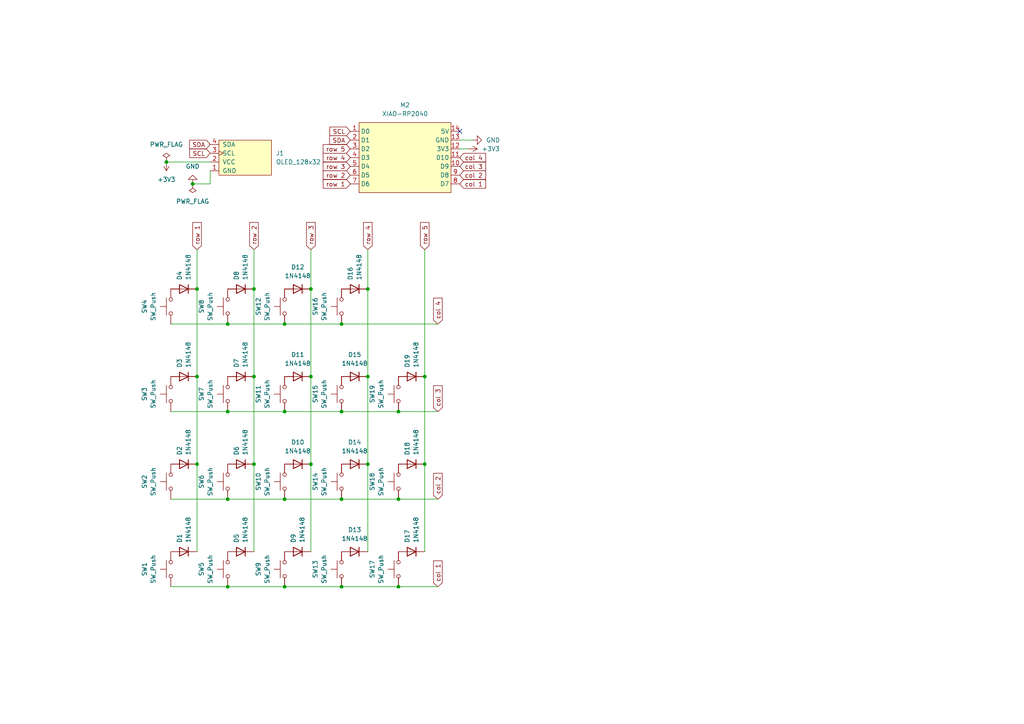
<source format=kicad_sch>
(kicad_sch (version 20231120) (generator "eeschema") (generator_version "8.0")
  (paper "A4")
  (lib_symbols
    (symbol "Diode:1N4148" (pin_numbers hide) (pin_names hide)
      (property "Reference" "D" (at 0 2.54 0))
      (property "Value" "1N4148" (at 0 -2.54 0))
      (symbol "1N4148_0_1"
        (polyline (pts (xy -1.27 1.27) (xy -1.27 -1.27)) (stroke (width 0.254)))
        (polyline (pts (xy 1.27 0) (xy -1.27 0)))
        (polyline (pts (xy 1.27 1.27) (xy 1.27 -1.27) (xy -1.27 0) (xy 1.27 1.27)) (stroke (width 0.254)))
      )
      (symbol "1N4148_1_1"
        (pin passive line (at -3.81 0 0) (length 2.54) (name "K") (number "1"))
        (pin passive line (at 3.81 0 180) (length 2.54) (name "A") (number "2"))
      )
    )
    (symbol "ScottoKeebs:OLED_128x32" (pin_names (offset 1.016))
      (property "Reference" "J" (at 0 -6.35 0))
      (property "Value" "OLED_128x32" (at 0 6.35 0))
      (symbol "OLED_128x32_0_1"
        (rectangle (start 0 5.08) (end 15.24 -5.08) (fill (type background)))
      )
      (symbol "OLED_128x32_1_1"
        (pin power_in line (at -2.54 -3.81 0) (length 2.54) (name "GND") (number "1"))
        (pin power_in line (at -2.54 -1.27 0) (length 2.54) (name "VCC") (number "2"))
        (pin input clock (at -2.54 1.27 0) (length 2.54) (name "SCL") (number "3"))
        (pin bidirectional line (at -2.54 3.81 0) (length 2.54) (name "SDA") (number "4"))
      )
    )
    (symbol "Switch:SW_Push" (pin_numbers hide) (pin_names (offset 1.016) hide)
      (property "Reference" "SW" (at 1.27 2.54 0))
      (property "Value" "SW_Push" (at 0 -1.524 0))
      (symbol "SW_Push_0_1"
        (circle (center -2.032 0) (radius 0.508))
        (polyline (pts (xy 0 1.27) (xy 0 3.048)))
        (polyline (pts (xy 2.54 1.27) (xy -2.54 1.27)))
        (circle (center 2.032 0) (radius 0.508))
        (pin passive line (at -5.08 0 0) (length 2.54) (name "1") (number "1"))
        (pin passive line (at 5.08 0 180) (length 2.54) (name "2") (number "2"))
      )
    )
    (symbol "power:+3V3" (power) (pin_numbers hide) (pin_names (offset 0) hide)
      (property "Value" "+3V3" (at 0 3.556 0))
      (symbol "+3V3_0_1"
        (polyline (pts (xy -0.762 1.27) (xy 0 2.54)))
        (polyline (pts (xy 0 0) (xy 0 2.54)))
        (polyline (pts (xy 0 2.54) (xy 0.762 1.27)))
      )
      (symbol "+3V3_1_1"
        (pin power_in line (at 0 0 90) (length 0) (name "~") (number "1"))
      )
    )
    (symbol "power:GND" (power) (pin_numbers hide) (pin_names (offset 0) hide)
      (property "Value" "GND" (at 0 -3.81 0))
      (symbol "GND_0_1"
        (polyline (pts (xy 0 0) (xy 0 -1.27) (xy 1.27 -1.27) (xy 0 -2.54) (xy -1.27 -1.27) (xy 0 -1.27)))
      )
      (symbol "GND_1_1"
        (pin power_in line (at 0 0 270) (length 0) (name "~") (number "1"))
      )
    )
    (symbol "power:PWR_FLAG" (power) (pin_numbers hide) (pin_names (offset 0) hide)
      (property "Value" "PWR_FLAG" (at 0 3.81 0))
      (symbol "PWR_FLAG_0_0"
        (pin power_out line (at 0 0 90) (length 0) (name "~") (number "1"))
      )
      (symbol "PWR_FLAG_0_1"
        (polyline (pts (xy 0 0) (xy 0 1.27) (xy -1.016 1.905) (xy 0 2.54) (xy 1.016 1.905) (xy 0 1.27)))
      )
    )
    (symbol "xiao-rp2040:XIAO-RP2040"
      (property "Reference" "M" (at 0 0 0))
      (property "Value" "XIAO-RP2040" (at 0 2.54 0))
      (symbol "XIAO-RP2040_0_1"
        (rectangle (start -12.7 10.16) (end 13.97 -10.16) (fill (type background)))
      )
      (symbol "XIAO-RP2040_1_1"
        (pin bidirectional line (at -15.24 7.62 0) (length 2.54) (name "D0") (number "1"))
        (pin bidirectional line (at 16.51 -2.54 180) (length 2.54) (name "D9") (number "10"))
        (pin bidirectional line (at 16.51 0 180) (length 2.54) (name "D10") (number "11"))
        (pin power_in line (at 16.51 2.54 180) (length 2.54) (name "3V3") (number "12"))
        (pin power_in line (at 16.51 5.08 180) (length 2.54) (name "GND") (number "13"))
        (pin power_in line (at 16.51 7.62 180) (length 2.54) (name "5V") (number "14"))
        (pin bidirectional line (at -15.24 5.08 0) (length 2.54) (name "D1") (number "2"))
        (pin bidirectional line (at -15.24 2.54 0) (length 2.54) (name "D2") (number "3"))
        (pin bidirectional line (at -15.24 0 0) (length 2.54) (name "D3") (number "4"))
        (pin bidirectional line (at -15.24 -2.54 0) (length 2.54) (name "D4") (number "5"))
        (pin bidirectional line (at -15.24 -5.08 0) (length 2.54) (name "D5") (number "6"))
        (pin bidirectional line (at -15.24 -7.62 0) (length 2.54) (name "D6") (number "7"))
        (pin bidirectional line (at 16.51 -7.62 180) (length 2.54) (name "D7") (number "8"))
        (pin bidirectional line (at 16.51 -5.08 180) (length 2.54) (name "D8") (number "9"))
      )
    )
  )
  (junction (at 73.66 109.22))
  (junction (at 55.88 53.34))
  (junction (at 106.68 83.82))
  (junction (at 57.15 134.62))
  (junction (at 66.04 144.78))
  (junction (at 82.55 93.98))
  (junction (at 66.04 119.38))
  (junction (at 106.68 109.22))
  (junction (at 90.17 83.82))
  (junction (at 90.17 134.62))
  (junction (at 106.68 134.62))
  (junction (at 82.55 144.78))
  (junction (at 99.06 170.18))
  (junction (at 57.15 109.22))
  (junction (at 115.57 170.18))
  (junction (at 57.15 83.82))
  (junction (at 115.57 144.78))
  (junction (at 99.06 144.78))
  (junction (at 73.66 83.82))
  (junction (at 73.66 134.62))
  (junction (at 66.04 93.98))
  (junction (at 99.06 119.38))
  (junction (at 66.04 170.18))
  (junction (at 82.55 170.18))
  (junction (at 99.06 93.98))
  (junction (at 123.19 134.62))
  (junction (at 82.55 119.38))
  (junction (at 90.17 109.22))
  (junction (at 115.57 119.38))
  (junction (at 123.19 109.22))
  (junction (at 48.26 46.99))
  (no_connect (at 133.35 38.1))
  (wire (pts (xy 90.17 109.22) (xy 90.17 83.82)))
  (wire (pts (xy 66.04 170.18) (xy 82.55 170.18)))
  (wire (pts (xy 66.04 93.98) (xy 82.55 93.98)))
  (wire (pts (xy 106.68 83.82) (xy 106.68 72.39)))
  (wire (pts (xy 66.04 144.78) (xy 82.55 144.78)))
  (wire (pts (xy 106.68 109.22) (xy 106.68 83.82)))
  (wire (pts (xy 90.17 83.82) (xy 90.17 72.39)))
  (wire (pts (xy 115.57 144.78) (xy 127 144.78)))
  (wire (pts (xy 106.68 160.02) (xy 106.68 134.62)))
  (wire (pts (xy 57.15 160.02) (xy 57.15 134.62)))
  (wire (pts (xy 82.55 93.98) (xy 99.06 93.98)))
  (wire (pts (xy 115.57 119.38) (xy 127 119.38)))
  (wire (pts (xy 73.66 160.02) (xy 73.66 134.62)))
  (wire (pts (xy 115.57 170.18) (xy 127 170.18)))
  (wire (pts (xy 48.26 46.99) (xy 60.96 46.99)))
  (wire (pts (xy 82.55 119.38) (xy 99.06 119.38)))
  (wire (pts (xy 82.55 170.18) (xy 99.06 170.18)))
  (wire (pts (xy 133.35 43.18) (xy 135.89 43.18)))
  (wire (pts (xy 106.68 134.62) (xy 106.68 109.22)))
  (wire (pts (xy 57.15 109.22) (xy 57.15 83.82)))
  (wire (pts (xy 90.17 160.02) (xy 90.17 134.62)))
  (wire (pts (xy 123.19 109.22) (xy 123.19 72.39)))
  (wire (pts (xy 99.06 170.18) (xy 115.57 170.18)))
  (wire (pts (xy 90.17 134.62) (xy 90.17 109.22)))
  (wire (pts (xy 60.96 49.53) (xy 60.96 53.34)))
  (wire (pts (xy 99.06 119.38) (xy 115.57 119.38)))
  (wire (pts (xy 73.66 134.62) (xy 73.66 109.22)))
  (wire (pts (xy 66.04 119.38) (xy 82.55 119.38)))
  (wire (pts (xy 73.66 109.22) (xy 73.66 83.82)))
  (wire (pts (xy 99.06 144.78) (xy 115.57 144.78)))
  (wire (pts (xy 49.53 144.78) (xy 66.04 144.78)))
  (wire (pts (xy 99.06 93.98) (xy 127 93.98)))
  (wire (pts (xy 82.55 144.78) (xy 99.06 144.78)))
  (wire (pts (xy 49.53 119.38) (xy 66.04 119.38)))
  (wire (pts (xy 133.35 40.64) (xy 137.16 40.64)))
  (wire (pts (xy 49.53 93.98) (xy 66.04 93.98)))
  (wire (pts (xy 123.19 160.02) (xy 123.19 134.62)))
  (wire (pts (xy 49.53 170.18) (xy 66.04 170.18)))
  (wire (pts (xy 57.15 134.62) (xy 57.15 109.22)))
  (wire (pts (xy 123.19 134.62) (xy 123.19 109.22)))
  (wire (pts (xy 60.96 53.34) (xy 55.88 53.34)))
  (wire (pts (xy 73.66 83.82) (xy 73.66 72.39)))
  (wire (pts (xy 57.15 83.82) (xy 57.15 72.39)))
  (global_label "row 5" (shape input) (at 123.19 72.39 90) (property "Intersheetrefs" "${INTERSHEET_REFS}" (effects (hide yes))))
  (global_label "col 4" (shape input) (at 127 93.98 90) (property "Intersheetrefs" "${INTERSHEET_REFS}" (effects (hide yes))))
  (global_label "SCL" (shape input) (at 101.6 38.1 180) (property "Intersheetrefs" "${INTERSHEET_REFS}" (effects (hide yes))))
  (global_label "col 3" (shape input) (at 127 119.38 90) (property "Intersheetrefs" "${INTERSHEET_REFS}" (effects (hide yes))))
  (global_label "row 4" (shape input) (at 106.68 72.39 90) (property "Intersheetrefs" "${INTERSHEET_REFS}" (effects (hide yes))))
  (global_label "row 2" (shape input) (at 73.66 72.39 90) (property "Intersheetrefs" "${INTERSHEET_REFS}" (effects (hide yes))))
  (global_label "row 4" (shape input) (at 101.6 45.72 180) (property "Intersheetrefs" "${INTERSHEET_REFS}" (effects (hide yes))))
  (global_label "SCL" (shape input) (at 60.96 44.45 180) (property "Intersheetrefs" "${INTERSHEET_REFS}" (effects (hide yes))))
  (global_label "row 3" (shape input) (at 101.6 48.26 180) (property "Intersheetrefs" "${INTERSHEET_REFS}" (effects (hide yes))))
  (global_label "row 3" (shape input) (at 90.17 72.39 90) (property "Intersheetrefs" "${INTERSHEET_REFS}" (effects (hide yes))))
  (global_label "col 4" (shape input) (at 133.35 45.72 0) (property "Intersheetrefs" "${INTERSHEET_REFS}" (effects (hide yes))))
  (global_label "SDA" (shape input) (at 101.6 40.64 180) (property "Intersheetrefs" "${INTERSHEET_REFS}" (effects (hide yes))))
  (global_label "col 1" (shape input) (at 127 170.18 90) (property "Intersheetrefs" "${INTERSHEET_REFS}" (effects (hide yes))))
  (global_label "row 1" (shape input) (at 101.6 53.34 180) (property "Intersheetrefs" "${INTERSHEET_REFS}" (effects (hide yes))))
  (global_label "SDA" (shape input) (at 60.96 41.91 180) (property "Intersheetrefs" "${INTERSHEET_REFS}" (effects (hide yes))))
  (global_label "row 5" (shape input) (at 101.6 43.18 180) (property "Intersheetrefs" "${INTERSHEET_REFS}" (effects (hide yes))))
  (global_label "row 1" (shape input) (at 57.15 72.39 90) (property "Intersheetrefs" "${INTERSHEET_REFS}" (effects (hide yes))))
  (global_label "col 3" (shape input) (at 133.35 48.26 0) (property "Intersheetrefs" "${INTERSHEET_REFS}" (effects (hide yes))))
  (global_label "row 2" (shape input) (at 101.6 50.8 180) (property "Intersheetrefs" "${INTERSHEET_REFS}" (effects (hide yes))))
  (global_label "col 2" (shape input) (at 127 144.78 90) (property "Intersheetrefs" "${INTERSHEET_REFS}" (effects (hide yes))))
  (global_label "col 2" (shape input) (at 133.35 50.8 0) (property "Intersheetrefs" "${INTERSHEET_REFS}" (effects (hide yes))))
  (global_label "col 1" (shape input) (at 133.35 53.34 0) (property "Intersheetrefs" "${INTERSHEET_REFS}" (effects (hide yes))))
  (symbol (lib_id "Diode:1N4148") (at 119.38 134.62 180) (unit 1)
    (property "Reference" "D18" (at 118.1099 132.08 90) (effects (justify right)))
    (property "Value" "1N4148" (at 120.6499 132.08 90) (effects (justify right)))
    (property "Footprint" "Diode_THT:D_DO-35_SOD27_P7.62mm_Horizontal" (effects (hide yes)))
    (property "Datasheet" "https://assets.nexperia.com/documents/data-sheet/1N4148_1N4448.pdf" (effects (hide yes)))
    (property "Description" "100V 0.15A standard switching diode, DO-35" (effects (hide yes)))
    (property "Sim.Device" "D" (effects (hide yes)))
    (property "Sim.Pins" "1=K 2=A" (effects (hide yes)))
  )
  (symbol (lib_id "Switch:SW_Push") (at 99.06 88.9 90) (unit 1)
    (property "Reference" "SW16" (at 91.44 88.9 0))
    (property "Value" "SW_Push" (at 93.98 88.9 0))
    (property "Footprint" "Button_Switch_Keyboard:SW_Cherry_MX_1.00u_PCB" (effects (hide yes)))
    (property "Description" "Push button switch, generic, two pins" (effects (hide yes)))
  )
  (symbol (lib_id "Switch:SW_Push") (at 49.53 88.9 90) (unit 1)
    (property "Reference" "SW4" (at 41.91 88.9 0))
    (property "Value" "SW_Push" (at 44.45 88.9 0))
    (property "Footprint" "Button_Switch_Keyboard:SW_Cherry_MX_1.00u_PCB" (effects (hide yes)))
    (property "Description" "Push button switch, generic, two pins" (effects (hide yes)))
  )
  (symbol (lib_id "Switch:SW_Push") (at 82.55 139.7 90) (unit 1)
    (property "Reference" "SW10" (at 74.93 139.7 0))
    (property "Value" "SW_Push" (at 77.47 139.7 0))
    (property "Footprint" "Button_Switch_Keyboard:SW_Cherry_MX_1.00u_PCB" (effects (hide yes)))
    (property "Description" "Push button switch, generic, two pins" (effects (hide yes)))
  )
  (symbol (lib_id "power:PWR_FLAG") (at 55.88 53.34 180) (unit 1)
    (property "Reference" "#FLG01" (effects (hide yes)))
    (property "Value" "PWR_FLAG" (at 55.88 58.42 0))
    (property "Description" "Special symbol for telling ERC where power comes from" (effects (hide yes)))
  )
  (symbol (lib_id "power:GND") (at 55.88 53.34 180) (unit 1)
    (property "Reference" "#PWR01" (effects (hide yes)))
    (property "Value" "GND" (at 55.88 48.26 0))
    (property "Description" "Power symbol creates a global label with name \"GND\" , ground" (effects (hide yes)))
  )
  (symbol (lib_id "Diode:1N4148") (at 53.34 134.62 180) (unit 1)
    (property "Reference" "D2" (at 52.0699 132.08 90) (effects (justify right)))
    (property "Value" "1N4148" (at 54.6099 132.08 90) (effects (justify right)))
    (property "Footprint" "Diode_THT:D_DO-35_SOD27_P7.62mm_Horizontal" (effects (hide yes)))
    (property "Datasheet" "https://assets.nexperia.com/documents/data-sheet/1N4148_1N4448.pdf" (effects (hide yes)))
    (property "Description" "100V 0.15A standard switching diode, DO-35" (effects (hide yes)))
    (property "Sim.Device" "D" (effects (hide yes)))
    (property "Sim.Pins" "1=K 2=A" (effects (hide yes)))
  )
  (symbol (lib_id "Switch:SW_Push") (at 99.06 114.3 90) (unit 1)
    (property "Reference" "SW15" (at 91.44 114.3 0))
    (property "Value" "SW_Push" (at 93.98 114.3 0))
    (property "Footprint" "Button_Switch_Keyboard:SW_Cherry_MX_1.00u_PCB" (effects (hide yes)))
    (property "Description" "Push button switch, generic, two pins" (effects (hide yes)))
  )
  (symbol (lib_id "Switch:SW_Push") (at 99.06 139.7 90) (unit 1)
    (property "Reference" "SW14" (at 91.44 139.7 0))
    (property "Value" "SW_Push" (at 93.98 139.7 0))
    (property "Footprint" "Button_Switch_Keyboard:SW_Cherry_MX_1.00u_PCB" (effects (hide yes)))
    (property "Description" "Push button switch, generic, two pins" (effects (hide yes)))
  )
  (symbol (lib_id "Diode:1N4148") (at 53.34 160.02 180) (unit 1)
    (property "Reference" "D1" (at 52.0699 157.48 90) (effects (justify right)))
    (property "Value" "1N4148" (at 54.6099 157.48 90) (effects (justify right)))
    (property "Footprint" "Diode_THT:D_DO-35_SOD27_P7.62mm_Horizontal" (effects (hide yes)))
    (property "Datasheet" "https://assets.nexperia.com/documents/data-sheet/1N4148_1N4448.pdf" (effects (hide yes)))
    (property "Description" "100V 0.15A standard switching diode, DO-35" (effects (hide yes)))
    (property "Sim.Device" "D" (effects (hide yes)))
    (property "Sim.Pins" "1=K 2=A" (effects (hide yes)))
  )
  (symbol (lib_id "Diode:1N4148") (at 119.38 109.22 180) (unit 1)
    (property "Reference" "D19" (at 118.1099 106.68 90) (effects (justify right)))
    (property "Value" "1N4148" (at 120.6499 106.68 90) (effects (justify right)))
    (property "Footprint" "Diode_THT:D_DO-35_SOD27_P7.62mm_Horizontal" (effects (hide yes)))
    (property "Datasheet" "https://assets.nexperia.com/documents/data-sheet/1N4148_1N4448.pdf" (effects (hide yes)))
    (property "Description" "100V 0.15A standard switching diode, DO-35" (effects (hide yes)))
    (property "Sim.Device" "D" (effects (hide yes)))
    (property "Sim.Pins" "1=K 2=A" (effects (hide yes)))
  )
  (symbol (lib_id "Switch:SW_Push") (at 82.55 88.9 90) (unit 1)
    (property "Reference" "SW12" (at 74.93 88.9 0))
    (property "Value" "SW_Push" (at 77.47 88.9 0))
    (property "Footprint" "Button_Switch_Keyboard:SW_Cherry_MX_1.00u_PCB" (effects (hide yes)))
    (property "Description" "Push button switch, generic, two pins" (effects (hide yes)))
  )
  (symbol (lib_id "Diode:1N4148") (at 102.87 109.22 180) (unit 1)
    (property "Reference" "D15" (at 102.87 102.87 0))
    (property "Value" "1N4148" (at 102.87 105.41 0))
    (property "Footprint" "Diode_THT:D_DO-35_SOD27_P7.62mm_Horizontal" (effects (hide yes)))
    (property "Datasheet" "https://assets.nexperia.com/documents/data-sheet/1N4148_1N4448.pdf" (effects (hide yes)))
    (property "Description" "100V 0.15A standard switching diode, DO-35" (effects (hide yes)))
    (property "Sim.Device" "D" (effects (hide yes)))
    (property "Sim.Pins" "1=K 2=A" (effects (hide yes)))
  )
  (symbol (lib_id "Switch:SW_Push") (at 82.55 114.3 90) (unit 1)
    (property "Reference" "SW11" (at 74.93 114.3 0))
    (property "Value" "SW_Push" (at 77.47 114.3 0))
    (property "Footprint" "Button_Switch_Keyboard:SW_Cherry_MX_1.00u_PCB" (effects (hide yes)))
    (property "Description" "Push button switch, generic, two pins" (effects (hide yes)))
  )
  (symbol (lib_id "power:PWR_FLAG") (at 48.26 46.99 0) (unit 1)
    (property "Reference" "#FLG03" (effects (hide yes)))
    (property "Value" "PWR_FLAG" (at 48.26 41.91 0))
    (property "Description" "Special symbol for telling ERC where power comes from" (effects (hide yes)))
  )
  (symbol (lib_id "power:GND") (at 137.16 40.64 90) (unit 1)
    (property "Reference" "#PWR04" (effects (hide yes)))
    (property "Value" "GND" (at 140.97 40.6399 90) (effects (justify right)))
    (property "Description" "Power symbol creates a global label with name \"GND\" , ground" (effects (hide yes)))
  )
  (symbol (lib_id "Diode:1N4148") (at 69.85 160.02 180) (unit 1)
    (property "Reference" "D5" (at 68.5799 157.48 90) (effects (justify right)))
    (property "Value" "1N4148" (at 71.1199 157.48 90) (effects (justify right)))
    (property "Footprint" "Diode_THT:D_DO-35_SOD27_P7.62mm_Horizontal" (effects (hide yes)))
    (property "Datasheet" "https://assets.nexperia.com/documents/data-sheet/1N4148_1N4448.pdf" (effects (hide yes)))
    (property "Description" "100V 0.15A standard switching diode, DO-35" (effects (hide yes)))
    (property "Sim.Device" "D" (effects (hide yes)))
    (property "Sim.Pins" "1=K 2=A" (effects (hide yes)))
  )
  (symbol (lib_id "Diode:1N4148") (at 102.87 134.62 180) (unit 1)
    (property "Reference" "D14" (at 102.87 128.27 0))
    (property "Value" "1N4148" (at 102.87 130.81 0))
    (property "Footprint" "Diode_THT:D_DO-35_SOD27_P7.62mm_Horizontal" (effects (hide yes)))
    (property "Datasheet" "https://assets.nexperia.com/documents/data-sheet/1N4148_1N4448.pdf" (effects (hide yes)))
    (property "Description" "100V 0.15A standard switching diode, DO-35" (effects (hide yes)))
    (property "Sim.Device" "D" (effects (hide yes)))
    (property "Sim.Pins" "1=K 2=A" (effects (hide yes)))
  )
  (symbol (lib_id "Switch:SW_Push") (at 66.04 88.9 90) (unit 1)
    (property "Reference" "SW8" (at 58.42 88.9 0))
    (property "Value" "SW_Push" (at 60.96 88.9 0))
    (property "Footprint" "Button_Switch_Keyboard:SW_Cherry_MX_1.00u_PCB" (effects (hide yes)))
    (property "Description" "Push button switch, generic, two pins" (effects (hide yes)))
  )
  (symbol (lib_id "Diode:1N4148") (at 102.87 83.82 180) (unit 1)
    (property "Reference" "D16" (at 101.5999 81.28 90) (effects (justify right)))
    (property "Value" "1N4148" (at 104.1399 81.28 90) (effects (justify right)))
    (property "Footprint" "Diode_THT:D_DO-35_SOD27_P7.62mm_Horizontal" (effects (hide yes)))
    (property "Datasheet" "https://assets.nexperia.com/documents/data-sheet/1N4148_1N4448.pdf" (effects (hide yes)))
    (property "Description" "100V 0.15A standard switching diode, DO-35" (effects (hide yes)))
    (property "Sim.Device" "D" (effects (hide yes)))
    (property "Sim.Pins" "1=K 2=A" (effects (hide yes)))
  )
  (symbol (lib_id "Switch:SW_Push") (at 66.04 139.7 90) (unit 1)
    (property "Reference" "SW6" (at 58.42 139.7 0))
    (property "Value" "SW_Push" (at 60.96 139.7 0))
    (property "Footprint" "Button_Switch_Keyboard:SW_Cherry_MX_1.00u_PCB" (effects (hide yes)))
    (property "Description" "Push button switch, generic, two pins" (effects (hide yes)))
  )
  (symbol (lib_id "Diode:1N4148") (at 69.85 134.62 180) (unit 1)
    (property "Reference" "D6" (at 68.5799 132.08 90) (effects (justify right)))
    (property "Value" "1N4148" (at 71.1199 132.08 90) (effects (justify right)))
    (property "Footprint" "Diode_THT:D_DO-35_SOD27_P7.62mm_Horizontal" (effects (hide yes)))
    (property "Datasheet" "https://assets.nexperia.com/documents/data-sheet/1N4148_1N4448.pdf" (effects (hide yes)))
    (property "Description" "100V 0.15A standard switching diode, DO-35" (effects (hide yes)))
    (property "Sim.Device" "D" (effects (hide yes)))
    (property "Sim.Pins" "1=K 2=A" (effects (hide yes)))
  )
  (symbol (lib_id "Switch:SW_Push") (at 115.57 165.1 90) (unit 1)
    (property "Reference" "SW17" (at 107.95 165.1 0))
    (property "Value" "SW_Push" (at 110.49 165.1 0))
    (property "Footprint" "Button_Switch_Keyboard:SW_Cherry_MX_1.00u_PCB" (effects (hide yes)))
    (property "Description" "Push button switch, generic, two pins" (effects (hide yes)))
  )
  (symbol (lib_id "Switch:SW_Push") (at 99.06 165.1 90) (unit 1)
    (property "Reference" "SW13" (at 91.44 165.1 0))
    (property "Value" "SW_Push" (at 93.98 165.1 0))
    (property "Footprint" "Button_Switch_Keyboard:SW_Cherry_MX_1.00u_PCB" (effects (hide yes)))
    (property "Description" "Push button switch, generic, two pins" (effects (hide yes)))
  )
  (symbol (lib_id "xiao-rp2040:XIAO-RP2040") (at 116.84 45.72 0) (unit 1)
    (property "Reference" "M2" (at 117.475 30.48 0))
    (property "Value" "XIAO-RP2040" (at 117.475 33.02 0))
    (property "Footprint" ".kicad_sym:XIAO-RP2040" (effects (hide yes)))
  )
  (symbol (lib_id "Diode:1N4148") (at 86.36 160.02 180) (unit 1)
    (property "Reference" "D9" (at 85.0899 157.48 90) (effects (justify right)))
    (property "Value" "1N4148" (at 87.6299 157.48 90) (effects (justify right)))
    (property "Footprint" "Diode_THT:D_DO-35_SOD27_P7.62mm_Horizontal" (effects (hide yes)))
    (property "Datasheet" "https://assets.nexperia.com/documents/data-sheet/1N4148_1N4448.pdf" (effects (hide yes)))
    (property "Description" "100V 0.15A standard switching diode, DO-35" (effects (hide yes)))
    (property "Sim.Device" "D" (effects (hide yes)))
    (property "Sim.Pins" "1=K 2=A" (effects (hide yes)))
  )
  (symbol (lib_id "Diode:1N4148") (at 69.85 109.22 180) (unit 1)
    (property "Reference" "D7" (at 68.5799 106.68 90) (effects (justify right)))
    (property "Value" "1N4148" (at 71.1199 106.68 90) (effects (justify right)))
    (property "Footprint" "Diode_THT:D_DO-35_SOD27_P7.62mm_Horizontal" (effects (hide yes)))
    (property "Datasheet" "https://assets.nexperia.com/documents/data-sheet/1N4148_1N4448.pdf" (effects (hide yes)))
    (property "Description" "100V 0.15A standard switching diode, DO-35" (effects (hide yes)))
    (property "Sim.Device" "D" (effects (hide yes)))
    (property "Sim.Pins" "1=K 2=A" (effects (hide yes)))
  )
  (symbol (lib_id "Switch:SW_Push") (at 49.53 165.1 90) (unit 1)
    (property "Reference" "SW1" (at 41.91 165.1 0))
    (property "Value" "SW_Push" (at 44.45 165.1 0))
    (property "Footprint" "Button_Switch_Keyboard:SW_Cherry_MX_1.00u_PCB" (effects (hide yes)))
    (property "Description" "Push button switch, generic, two pins" (effects (hide yes)))
  )
  (symbol (lib_id "Diode:1N4148") (at 86.36 83.82 180) (unit 1)
    (property "Reference" "D12" (at 86.36 77.47 0))
    (property "Value" "1N4148" (at 86.36 80.01 0))
    (property "Footprint" "Diode_THT:D_DO-35_SOD27_P7.62mm_Horizontal" (effects (hide yes)))
    (property "Datasheet" "https://assets.nexperia.com/documents/data-sheet/1N4148_1N4448.pdf" (effects (hide yes)))
    (property "Description" "100V 0.15A standard switching diode, DO-35" (effects (hide yes)))
    (property "Sim.Device" "D" (effects (hide yes)))
    (property "Sim.Pins" "1=K 2=A" (effects (hide yes)))
  )
  (symbol (lib_id "Switch:SW_Push") (at 66.04 114.3 90) (unit 1)
    (property "Reference" "SW7" (at 58.42 114.3 0))
    (property "Value" "SW_Push" (at 60.96 114.3 0))
    (property "Footprint" "Button_Switch_Keyboard:SW_Cherry_MX_1.00u_PCB" (effects (hide yes)))
    (property "Description" "Push button switch, generic, two pins" (effects (hide yes)))
  )
  (symbol (lib_id "power:+3V3") (at 48.26 46.99 180) (unit 1)
    (property "Reference" "#PWR02" (effects (hide yes)))
    (property "Value" "+3V3" (at 48.26 52.07 0))
    (property "Description" "Power symbol creates a global label with name \"+3V3\"" (effects (hide yes)))
  )
  (symbol (lib_id "Switch:SW_Push") (at 66.04 165.1 90) (unit 1)
    (property "Reference" "SW5" (at 58.42 165.1 0))
    (property "Value" "SW_Push" (at 60.96 165.1 0))
    (property "Footprint" "Button_Switch_Keyboard:SW_Cherry_MX_1.00u_PCB" (effects (hide yes)))
    (property "Description" "Push button switch, generic, two pins" (effects (hide yes)))
  )
  (symbol (lib_id "Switch:SW_Push") (at 49.53 114.3 90) (unit 1)
    (property "Reference" "SW3" (at 41.91 114.3 0))
    (property "Value" "SW_Push" (at 44.45 114.3 0))
    (property "Footprint" "Button_Switch_Keyboard:SW_Cherry_MX_1.00u_PCB" (effects (hide yes)))
    (property "Description" "Push button switch, generic, two pins" (effects (hide yes)))
  )
  (symbol (lib_id "Diode:1N4148") (at 86.36 109.22 180) (unit 1)
    (property "Reference" "D11" (at 86.36 102.87 0))
    (property "Value" "1N4148" (at 86.36 105.41 0))
    (property "Footprint" "Diode_THT:D_DO-35_SOD27_P7.62mm_Horizontal" (effects (hide yes)))
    (property "Datasheet" "https://assets.nexperia.com/documents/data-sheet/1N4148_1N4448.pdf" (effects (hide yes)))
    (property "Description" "100V 0.15A standard switching diode, DO-35" (effects (hide yes)))
    (property "Sim.Device" "D" (effects (hide yes)))
    (property "Sim.Pins" "1=K 2=A" (effects (hide yes)))
  )
  (symbol (lib_id "Diode:1N4148") (at 69.85 83.82 180) (unit 1)
    (property "Reference" "D8" (at 68.5799 81.28 90) (effects (justify right)))
    (property "Value" "1N4148" (at 71.1199 81.28 90) (effects (justify right)))
    (property "Footprint" "Diode_THT:D_DO-35_SOD27_P7.62mm_Horizontal" (effects (hide yes)))
    (property "Datasheet" "https://assets.nexperia.com/documents/data-sheet/1N4148_1N4448.pdf" (effects (hide yes)))
    (property "Description" "100V 0.15A standard switching diode, DO-35" (effects (hide yes)))
    (property "Sim.Device" "D" (effects (hide yes)))
    (property "Sim.Pins" "1=K 2=A" (effects (hide yes)))
  )
  (symbol (lib_id "Diode:1N4148") (at 53.34 109.22 180) (unit 1)
    (property "Reference" "D3" (at 52.0699 106.68 90) (effects (justify right)))
    (property "Value" "1N4148" (at 54.6099 106.68 90) (effects (justify right)))
    (property "Footprint" "Diode_THT:D_DO-35_SOD27_P7.62mm_Horizontal" (effects (hide yes)))
    (property "Datasheet" "https://assets.nexperia.com/documents/data-sheet/1N4148_1N4448.pdf" (effects (hide yes)))
    (property "Description" "100V 0.15A standard switching diode, DO-35" (effects (hide yes)))
    (property "Sim.Device" "D" (effects (hide yes)))
    (property "Sim.Pins" "1=K 2=A" (effects (hide yes)))
  )
  (symbol (lib_id "ScottoKeebs:OLED_128x32") (at 63.5 45.72 0) (unit 1)
    (property "Reference" "J1" (at 80.01 44.4499 0) (effects (justify left)))
    (property "Value" "OLED_128x32" (at 80.01 46.9899 0) (effects (justify left)))
    (property "Footprint" ".kicad_sym:SSD1306-0.91-OLED-4pin-128x32" (effects (hide yes)))
  )
  (symbol (lib_id "power:+3V3") (at 135.89 43.18 270) (unit 1)
    (property "Reference" "#PWR03" (effects (hide yes)))
    (property "Value" "+3V3" (at 139.7 43.1799 90) (effects (justify left)))
    (property "Description" "Power symbol creates a global label with name \"+3V3\"" (effects (hide yes)))
  )
  (symbol (lib_id "Switch:SW_Push") (at 49.53 139.7 90) (unit 1)
    (property "Reference" "SW2" (at 41.91 139.7 0))
    (property "Value" "SW_Push" (at 44.45 139.7 0))
    (property "Footprint" "Button_Switch_Keyboard:SW_Cherry_MX_1.00u_PCB" (effects (hide yes)))
    (property "Description" "Push button switch, generic, two pins" (effects (hide yes)))
  )
  (symbol (lib_id "Diode:1N4148") (at 102.87 160.02 180) (unit 1)
    (property "Reference" "D13" (at 102.87 153.67 0))
    (property "Value" "1N4148" (at 102.87 156.21 0))
    (property "Footprint" "Diode_THT:D_DO-35_SOD27_P7.62mm_Horizontal" (effects (hide yes)))
    (property "Datasheet" "https://assets.nexperia.com/documents/data-sheet/1N4148_1N4448.pdf" (effects (hide yes)))
    (property "Description" "100V 0.15A standard switching diode, DO-35" (effects (hide yes)))
    (property "Sim.Device" "D" (effects (hide yes)))
    (property "Sim.Pins" "1=K 2=A" (effects (hide yes)))
  )
  (symbol (lib_id "Switch:SW_Push") (at 115.57 139.7 90) (unit 1)
    (property "Reference" "SW18" (at 107.95 139.7 0))
    (property "Value" "SW_Push" (at 110.49 139.7 0))
    (property "Footprint" "Button_Switch_Keyboard:SW_Cherry_MX_1.00u_PCB" (effects (hide yes)))
    (property "Description" "Push button switch, generic, two pins" (effects (hide yes)))
  )
  (symbol (lib_id "Switch:SW_Push") (at 115.57 114.3 90) (unit 1)
    (property "Reference" "SW19" (at 107.95 114.3 0))
    (property "Value" "SW_Push" (at 110.49 114.3 0))
    (property "Footprint" "Button_Switch_Keyboard:SW_Cherry_MX_1.00u_PCB" (effects (hide yes)))
    (property "Description" "Push button switch, generic, two pins" (effects (hide yes)))
  )
  (symbol (lib_id "Diode:1N4148") (at 53.34 83.82 180) (unit 1)
    (property "Reference" "D4" (at 52.0699 81.28 90) (effects (justify right)))
    (property "Value" "1N4148" (at 54.6099 81.28 90) (effects (justify right)))
    (property "Footprint" "Diode_THT:D_DO-35_SOD27_P7.62mm_Horizontal" (effects (hide yes)))
    (property "Datasheet" "https://assets.nexperia.com/documents/data-sheet/1N4148_1N4448.pdf" (effects (hide yes)))
    (property "Description" "100V 0.15A standard switching diode, DO-35" (effects (hide yes)))
    (property "Sim.Device" "D" (effects (hide yes)))
    (property "Sim.Pins" "1=K 2=A" (effects (hide yes)))
  )
  (symbol (lib_id "Diode:1N4148") (at 86.36 134.62 180) (unit 1)
    (property "Reference" "D10" (at 86.36 128.27 0))
    (property "Value" "1N4148" (at 86.36 130.81 0))
    (property "Footprint" "Diode_THT:D_DO-35_SOD27_P7.62mm_Horizontal" (effects (hide yes)))
    (property "Datasheet" "https://assets.nexperia.com/documents/data-sheet/1N4148_1N4448.pdf" (effects (hide yes)))
    (property "Description" "100V 0.15A standard switching diode, DO-35" (effects (hide yes)))
    (property "Sim.Device" "D" (effects (hide yes)))
    (property "Sim.Pins" "1=K 2=A" (effects (hide yes)))
  )
  (symbol (lib_id "Switch:SW_Push") (at 82.55 165.1 90) (unit 1)
    (property "Reference" "SW9" (at 74.93 165.1 0))
    (property "Value" "SW_Push" (at 77.47 165.1 0))
    (property "Footprint" "Button_Switch_Keyboard:SW_Cherry_MX_1.00u_PCB" (effects (hide yes)))
    (property "Description" "Push button switch, generic, two pins" (effects (hide yes)))
  )
  (symbol (lib_id "Diode:1N4148") (at 119.38 160.02 180) (unit 1)
    (property "Reference" "D17" (at 118.1099 157.48 90) (effects (justify right)))
    (property "Value" "1N4148" (at 120.6499 157.48 90) (effects (justify right)))
    (property "Footprint" "Diode_THT:D_DO-35_SOD27_P7.62mm_Horizontal" (effects (hide yes)))
    (property "Datasheet" "https://assets.nexperia.com/documents/data-sheet/1N4148_1N4448.pdf" (effects (hide yes)))
    (property "Description" "100V 0.15A standard switching diode, DO-35" (effects (hide yes)))
    (property "Sim.Device" "D" (effects (hide yes)))
    (property "Sim.Pins" "1=K 2=A" (effects (hide yes)))
  )
)
</source>
